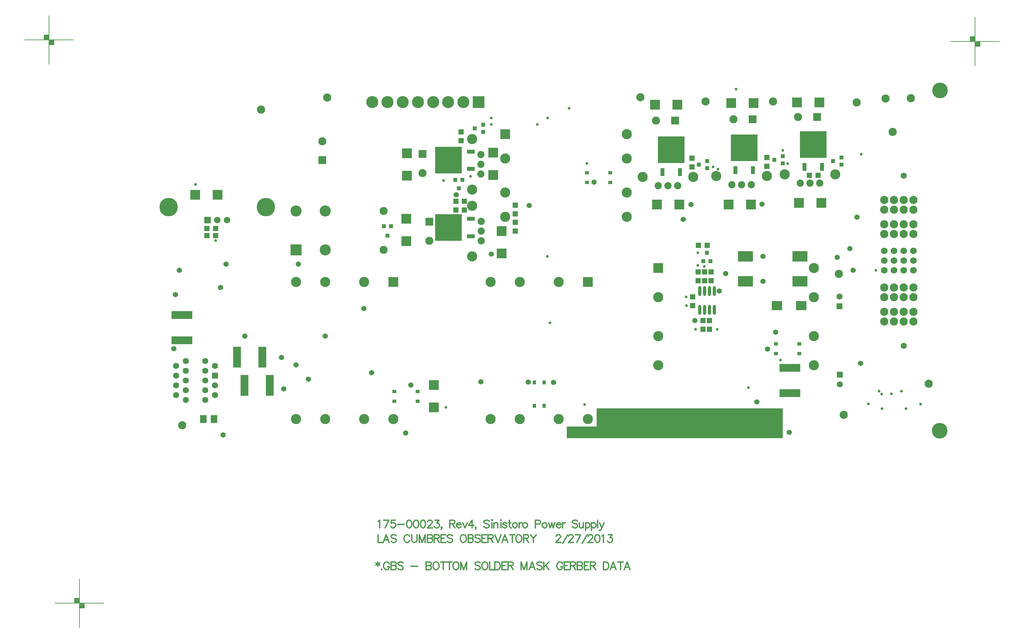
<source format=gbs>
%FSLAX23Y23*%
%MOIN*%
G70*
G01*
G75*
G04 Layer_Color=16711935*
%ADD10O,0.024X0.079*%
%ADD11R,0.050X0.050*%
%ADD12O,0.014X0.067*%
%ADD13R,0.059X0.039*%
%ADD14R,0.036X0.036*%
%ADD15R,0.209X0.079*%
%ADD16C,0.010*%
%ADD17C,0.025*%
%ADD18C,0.050*%
%ADD19C,0.020*%
%ADD20C,0.100*%
%ADD21C,0.007*%
%ADD22C,0.012*%
%ADD23C,0.008*%
%ADD24C,0.012*%
%ADD25C,0.012*%
%ADD26R,0.100X0.100*%
%ADD27C,0.100*%
%ADD28R,0.100X0.100*%
%ADD29C,0.020*%
%ADD30C,0.063*%
%ADD31R,0.063X0.063*%
%ADD32C,0.070*%
%ADD33C,0.110*%
%ADD34R,0.110X0.110*%
%ADD35C,0.079*%
%ADD36C,0.059*%
%ADD37C,0.080*%
%ADD38C,0.065*%
%ADD39R,0.059X0.059*%
%ADD40R,0.059X0.059*%
%ADD41C,0.120*%
%ADD42R,0.120X0.120*%
%ADD43R,0.079X0.079*%
%ADD44R,0.079X0.079*%
%ADD45C,0.197*%
%ADD46C,0.157*%
%ADD47C,0.024*%
%ADD48C,0.050*%
%ADD49C,0.040*%
%ADD50C,0.005*%
G04:AMPARAMS|DCode=51|XSize=120mil|YSize=120mil|CornerRadius=0mil|HoleSize=0mil|Usage=FLASHONLY|Rotation=0.000|XOffset=0mil|YOffset=0mil|HoleType=Round|Shape=Relief|Width=10mil|Gap=10mil|Entries=4|*
%AMTHD51*
7,0,0,0.120,0.100,0.010,45*
%
%ADD51THD51*%
%ADD52C,0.030*%
%ADD53C,0.059*%
%ADD54C,0.060*%
G04:AMPARAMS|DCode=55|XSize=100mil|YSize=100mil|CornerRadius=0mil|HoleSize=0mil|Usage=FLASHONLY|Rotation=0.000|XOffset=0mil|YOffset=0mil|HoleType=Round|Shape=Relief|Width=10mil|Gap=10mil|Entries=4|*
%AMTHD55*
7,0,0,0.100,0.080,0.010,45*
%
%ADD55THD55*%
%ADD56C,0.091*%
%ADD57C,0.067*%
%ADD58C,0.170*%
%ADD59C,0.072*%
G04:AMPARAMS|DCode=60|XSize=112mil|YSize=112mil|CornerRadius=0mil|HoleSize=0mil|Usage=FLASHONLY|Rotation=0.000|XOffset=0mil|YOffset=0mil|HoleType=Round|Shape=Relief|Width=10mil|Gap=10mil|Entries=4|*
%AMTHD60*
7,0,0,0.112,0.092,0.010,45*
%
%ADD60THD60*%
%ADD61C,0.059*%
%ADD62C,0.055*%
G04:AMPARAMS|DCode=63|XSize=95.433mil|YSize=95.433mil|CornerRadius=0mil|HoleSize=0mil|Usage=FLASHONLY|Rotation=0.000|XOffset=0mil|YOffset=0mil|HoleType=Round|Shape=Relief|Width=10mil|Gap=10mil|Entries=4|*
%AMTHD63*
7,0,0,0.095,0.075,0.010,45*
%
%ADD63THD63*%
%ADD64C,0.090*%
G04:AMPARAMS|DCode=65|XSize=107.244mil|YSize=107.244mil|CornerRadius=0mil|HoleSize=0mil|Usage=FLASHONLY|Rotation=0.000|XOffset=0mil|YOffset=0mil|HoleType=Round|Shape=Relief|Width=10mil|Gap=10mil|Entries=4|*
%AMTHD65*
7,0,0,0.107,0.087,0.010,45*
%
%ADD65THD65*%
%ADD66C,0.145*%
%ADD67C,0.186*%
G04:AMPARAMS|DCode=68|XSize=70mil|YSize=70mil|CornerRadius=0mil|HoleSize=0mil|Usage=FLASHONLY|Rotation=0.000|XOffset=0mil|YOffset=0mil|HoleType=Round|Shape=Relief|Width=10mil|Gap=10mil|Entries=4|*
%AMTHD68*
7,0,0,0.070,0.050,0.010,45*
%
%ADD68THD68*%
%ADD69C,0.048*%
G04:AMPARAMS|DCode=70|XSize=88mil|YSize=88mil|CornerRadius=0mil|HoleSize=0mil|Usage=FLASHONLY|Rotation=0.000|XOffset=0mil|YOffset=0mil|HoleType=Round|Shape=Relief|Width=10mil|Gap=10mil|Entries=4|*
%AMTHD70*
7,0,0,0.088,0.068,0.010,45*
%
%ADD70THD70*%
%ADD71C,0.008*%
G04:AMPARAMS|DCode=72|XSize=99.37mil|YSize=99.37mil|CornerRadius=0mil|HoleSize=0mil|Usage=FLASHONLY|Rotation=0.000|XOffset=0mil|YOffset=0mil|HoleType=Round|Shape=Relief|Width=10mil|Gap=10mil|Entries=4|*
%AMTHD72*
7,0,0,0.099,0.079,0.010,45*
%
%ADD72THD72*%
%ADD73R,0.268X0.272*%
%ADD74R,0.037X0.075*%
%ADD75R,0.035X0.037*%
%ADD76R,0.035X0.037*%
%ADD77R,0.102X0.094*%
%ADD78R,0.063X0.075*%
%ADD79O,0.028X0.098*%
%ADD80R,0.036X0.032*%
%ADD81R,0.150X0.106*%
%ADD82R,0.050X0.050*%
%ADD83R,0.036X0.036*%
%ADD84R,0.272X0.268*%
%ADD85R,0.075X0.037*%
%ADD86R,0.032X0.036*%
%ADD87R,0.079X0.209*%
%ADD88C,0.010*%
%ADD89C,0.010*%
%ADD90C,0.024*%
%ADD91C,0.020*%
%ADD92C,0.030*%
%ADD93C,0.015*%
%ADD94C,0.007*%
%ADD95C,0.006*%
%ADD96C,0.012*%
%ADD97C,0.006*%
%ADD98R,0.043X0.008*%
%ADD99R,0.257X0.184*%
%ADD100O,0.028X0.083*%
%ADD101R,0.054X0.054*%
%ADD102O,0.018X0.071*%
%ADD103R,0.063X0.043*%
%ADD104R,0.040X0.040*%
%ADD105R,0.213X0.083*%
%ADD106R,0.104X0.104*%
%ADD107C,0.104*%
%ADD108R,0.104X0.104*%
%ADD109C,0.067*%
%ADD110R,0.067X0.067*%
%ADD111C,0.074*%
%ADD112C,0.114*%
%ADD113R,0.114X0.114*%
%ADD114C,0.083*%
%ADD115C,0.063*%
%ADD116C,0.084*%
%ADD117C,0.069*%
%ADD118R,0.063X0.063*%
%ADD119R,0.063X0.063*%
%ADD120C,0.124*%
%ADD121R,0.124X0.124*%
%ADD122R,0.083X0.083*%
%ADD123R,0.083X0.083*%
%ADD124C,0.190*%
%ADD125C,0.161*%
%ADD126C,0.028*%
%ADD127C,0.054*%
%ADD128R,0.332X0.120*%
%ADD129R,1.912X0.311*%
%ADD130R,0.272X0.276*%
%ADD131R,0.041X0.079*%
%ADD132R,0.039X0.041*%
%ADD133R,0.039X0.041*%
%ADD134R,0.106X0.098*%
%ADD135R,0.067X0.079*%
%ADD136O,0.032X0.102*%
%ADD137R,0.040X0.036*%
%ADD138R,0.154X0.110*%
%ADD139R,0.054X0.054*%
%ADD140R,0.040X0.040*%
%ADD141R,0.276X0.272*%
%ADD142R,0.079X0.041*%
%ADD143R,0.036X0.040*%
%ADD144R,0.083X0.213*%
D22*
X19956Y14499D02*
Y14454D01*
X19937Y14488D02*
X19975Y14465D01*
Y14488D02*
X19937Y14465D01*
X19995Y14427D02*
X19991Y14423D01*
X19995Y14419D01*
X19999Y14423D01*
X19995Y14427D01*
X20074Y14480D02*
X20070Y14488D01*
X20062Y14496D01*
X20055Y14499D01*
X20039D01*
X20032Y14496D01*
X20024Y14488D01*
X20020Y14480D01*
X20017Y14469D01*
Y14450D01*
X20020Y14439D01*
X20024Y14431D01*
X20032Y14423D01*
X20039Y14419D01*
X20055D01*
X20062Y14423D01*
X20070Y14431D01*
X20074Y14439D01*
Y14450D01*
X20055D02*
X20074D01*
X20092Y14499D02*
Y14419D01*
Y14499D02*
X20126D01*
X20138Y14496D01*
X20142Y14492D01*
X20145Y14484D01*
Y14477D01*
X20142Y14469D01*
X20138Y14465D01*
X20126Y14461D01*
X20092D02*
X20126D01*
X20138Y14458D01*
X20142Y14454D01*
X20145Y14446D01*
Y14435D01*
X20142Y14427D01*
X20138Y14423D01*
X20126Y14419D01*
X20092D01*
X20217Y14488D02*
X20209Y14496D01*
X20198Y14499D01*
X20182D01*
X20171Y14496D01*
X20163Y14488D01*
Y14480D01*
X20167Y14473D01*
X20171Y14469D01*
X20178Y14465D01*
X20201Y14458D01*
X20209Y14454D01*
X20213Y14450D01*
X20217Y14442D01*
Y14431D01*
X20209Y14423D01*
X20198Y14419D01*
X20182D01*
X20171Y14423D01*
X20163Y14431D01*
X20297Y14454D02*
X20366D01*
X20452Y14499D02*
Y14419D01*
Y14499D02*
X20487D01*
X20498Y14496D01*
X20502Y14492D01*
X20506Y14484D01*
Y14477D01*
X20502Y14469D01*
X20498Y14465D01*
X20487Y14461D01*
X20452D02*
X20487D01*
X20498Y14458D01*
X20502Y14454D01*
X20506Y14446D01*
Y14435D01*
X20502Y14427D01*
X20498Y14423D01*
X20487Y14419D01*
X20452D01*
X20546Y14499D02*
X20539Y14496D01*
X20531Y14488D01*
X20527Y14480D01*
X20524Y14469D01*
Y14450D01*
X20527Y14439D01*
X20531Y14431D01*
X20539Y14423D01*
X20546Y14419D01*
X20562D01*
X20569Y14423D01*
X20577Y14431D01*
X20581Y14439D01*
X20585Y14450D01*
Y14469D01*
X20581Y14480D01*
X20577Y14488D01*
X20569Y14496D01*
X20562Y14499D01*
X20546D01*
X20630D02*
Y14419D01*
X20603Y14499D02*
X20656D01*
X20693D02*
Y14419D01*
X20666Y14499D02*
X20719D01*
X20752D02*
X20744Y14496D01*
X20736Y14488D01*
X20733Y14480D01*
X20729Y14469D01*
Y14450D01*
X20733Y14439D01*
X20736Y14431D01*
X20744Y14423D01*
X20752Y14419D01*
X20767D01*
X20775Y14423D01*
X20782Y14431D01*
X20786Y14439D01*
X20790Y14450D01*
Y14469D01*
X20786Y14480D01*
X20782Y14488D01*
X20775Y14496D01*
X20767Y14499D01*
X20752D01*
X20808D02*
Y14419D01*
Y14499D02*
X20839Y14419D01*
X20869Y14499D02*
X20839Y14419D01*
X20869Y14499D02*
Y14419D01*
X21008Y14488D02*
X21001Y14496D01*
X20989Y14499D01*
X20974D01*
X20963Y14496D01*
X20955Y14488D01*
Y14480D01*
X20959Y14473D01*
X20963Y14469D01*
X20970Y14465D01*
X20993Y14458D01*
X21001Y14454D01*
X21005Y14450D01*
X21008Y14442D01*
Y14431D01*
X21001Y14423D01*
X20989Y14419D01*
X20974D01*
X20963Y14423D01*
X20955Y14431D01*
X21049Y14499D02*
X21042Y14496D01*
X21034Y14488D01*
X21030Y14480D01*
X21026Y14469D01*
Y14450D01*
X21030Y14439D01*
X21034Y14431D01*
X21042Y14423D01*
X21049Y14419D01*
X21064D01*
X21072Y14423D01*
X21080Y14431D01*
X21083Y14439D01*
X21087Y14450D01*
Y14469D01*
X21083Y14480D01*
X21080Y14488D01*
X21072Y14496D01*
X21064Y14499D01*
X21049D01*
X21106D02*
Y14419D01*
X21152D01*
X21160Y14499D02*
Y14419D01*
Y14499D02*
X21187D01*
X21198Y14496D01*
X21206Y14488D01*
X21210Y14480D01*
X21214Y14469D01*
Y14450D01*
X21210Y14439D01*
X21206Y14431D01*
X21198Y14423D01*
X21187Y14419D01*
X21160D01*
X21281Y14499D02*
X21232D01*
Y14419D01*
X21281D01*
X21232Y14461D02*
X21262D01*
X21294Y14499D02*
Y14419D01*
Y14499D02*
X21329D01*
X21340Y14496D01*
X21344Y14492D01*
X21348Y14484D01*
Y14477D01*
X21344Y14469D01*
X21340Y14465D01*
X21329Y14461D01*
X21294D01*
X21321D02*
X21348Y14419D01*
X21429Y14499D02*
Y14419D01*
Y14499D02*
X21459Y14419D01*
X21489Y14499D02*
X21459Y14419D01*
X21489Y14499D02*
Y14419D01*
X21573D02*
X21543Y14499D01*
X21512Y14419D01*
X21524Y14446D02*
X21562D01*
X21645Y14488D02*
X21638Y14496D01*
X21626Y14499D01*
X21611D01*
X21600Y14496D01*
X21592Y14488D01*
Y14480D01*
X21596Y14473D01*
X21600Y14469D01*
X21607Y14465D01*
X21630Y14458D01*
X21638Y14454D01*
X21641Y14450D01*
X21645Y14442D01*
Y14431D01*
X21638Y14423D01*
X21626Y14419D01*
X21611D01*
X21600Y14423D01*
X21592Y14431D01*
X21663Y14499D02*
Y14419D01*
X21716Y14499D02*
X21663Y14446D01*
X21682Y14465D02*
X21716Y14419D01*
X21854Y14480D02*
X21851Y14488D01*
X21843Y14496D01*
X21835Y14499D01*
X21820D01*
X21812Y14496D01*
X21805Y14488D01*
X21801Y14480D01*
X21797Y14469D01*
Y14450D01*
X21801Y14439D01*
X21805Y14431D01*
X21812Y14423D01*
X21820Y14419D01*
X21835D01*
X21843Y14423D01*
X21851Y14431D01*
X21854Y14439D01*
Y14450D01*
X21835D02*
X21854D01*
X21922Y14499D02*
X21873D01*
Y14419D01*
X21922D01*
X21873Y14461D02*
X21903D01*
X21935Y14499D02*
Y14419D01*
Y14499D02*
X21970D01*
X21981Y14496D01*
X21985Y14492D01*
X21989Y14484D01*
Y14477D01*
X21985Y14469D01*
X21981Y14465D01*
X21970Y14461D01*
X21935D01*
X21962D02*
X21989Y14419D01*
X22007Y14499D02*
Y14419D01*
Y14499D02*
X22041D01*
X22052Y14496D01*
X22056Y14492D01*
X22060Y14484D01*
Y14477D01*
X22056Y14469D01*
X22052Y14465D01*
X22041Y14461D01*
X22007D02*
X22041D01*
X22052Y14458D01*
X22056Y14454D01*
X22060Y14446D01*
Y14435D01*
X22056Y14427D01*
X22052Y14423D01*
X22041Y14419D01*
X22007D01*
X22127Y14499D02*
X22078D01*
Y14419D01*
X22127D01*
X22078Y14461D02*
X22108D01*
X22141Y14499D02*
Y14419D01*
Y14499D02*
X22175D01*
X22186Y14496D01*
X22190Y14492D01*
X22194Y14484D01*
Y14477D01*
X22190Y14469D01*
X22186Y14465D01*
X22175Y14461D01*
X22141D01*
X22167D02*
X22194Y14419D01*
X22275Y14499D02*
Y14419D01*
Y14499D02*
X22301D01*
X22313Y14496D01*
X22321Y14488D01*
X22324Y14480D01*
X22328Y14469D01*
Y14450D01*
X22324Y14439D01*
X22321Y14431D01*
X22313Y14423D01*
X22301Y14419D01*
X22275D01*
X22407D02*
X22377Y14499D01*
X22346Y14419D01*
X22357Y14446D02*
X22396D01*
X22452Y14499D02*
Y14419D01*
X22426Y14499D02*
X22479D01*
X22549Y14419D02*
X22519Y14499D01*
X22488Y14419D01*
X22500Y14446D02*
X22538D01*
D23*
X26066Y19877D02*
X26076D01*
X26066Y19872D02*
Y19882D01*
Y19872D02*
X26076D01*
Y19882D01*
X26066D02*
X26076D01*
X26061Y19867D02*
Y19882D01*
Y19867D02*
X26081D01*
Y19887D01*
X26061D02*
X26081D01*
X26056Y19862D02*
Y19887D01*
Y19862D02*
X26086D01*
Y19892D01*
X26056D02*
X26086D01*
X26051Y19857D02*
Y19897D01*
Y19857D02*
X26091D01*
Y19897D01*
X26051D02*
X26091D01*
X26116Y19827D02*
X26126D01*
X26116Y19822D02*
Y19832D01*
Y19822D02*
X26126D01*
Y19832D01*
X26116D02*
X26126D01*
X26111Y19817D02*
Y19832D01*
Y19817D02*
X26131D01*
Y19837D01*
X26111D02*
X26131D01*
X26106Y19812D02*
Y19837D01*
Y19812D02*
X26136D01*
Y19842D01*
X26106D02*
X26136D01*
X26101Y19807D02*
Y19847D01*
Y19807D02*
X26141D01*
Y19847D01*
X26101D02*
X26141D01*
X26096Y19802D02*
X26146D01*
Y19852D01*
X26046Y19902D02*
X26096D01*
X26046Y19852D02*
Y19902D01*
X26096Y19602D02*
Y20102D01*
X25846Y19852D02*
X26346D01*
X16547Y19893D02*
X16557D01*
X16547Y19888D02*
Y19898D01*
Y19888D02*
X16557D01*
Y19898D01*
X16547D02*
X16557D01*
X16542Y19883D02*
Y19898D01*
Y19883D02*
X16562D01*
Y19903D01*
X16542D02*
X16562D01*
X16537Y19878D02*
Y19903D01*
Y19878D02*
X16567D01*
Y19908D01*
X16537D02*
X16567D01*
X16532Y19873D02*
Y19913D01*
Y19873D02*
X16572D01*
Y19913D01*
X16532D02*
X16572D01*
X16597Y19843D02*
X16607D01*
X16597Y19838D02*
Y19848D01*
Y19838D02*
X16607D01*
Y19848D01*
X16597D02*
X16607D01*
X16592Y19833D02*
Y19848D01*
Y19833D02*
X16612D01*
Y19853D01*
X16592D02*
X16612D01*
X16587Y19828D02*
Y19853D01*
Y19828D02*
X16617D01*
Y19858D01*
X16587D02*
X16617D01*
X16582Y19823D02*
Y19863D01*
Y19823D02*
X16622D01*
Y19863D01*
X16582D02*
X16622D01*
X16577Y19818D02*
X16627D01*
Y19868D01*
X16527Y19918D02*
X16577D01*
X16527Y19868D02*
Y19918D01*
X16577Y19618D02*
Y20118D01*
X16327Y19868D02*
X16827D01*
X16860Y14102D02*
X16870D01*
X16860Y14097D02*
Y14107D01*
Y14097D02*
X16870D01*
Y14107D01*
X16860D02*
X16870D01*
X16855Y14092D02*
Y14107D01*
Y14092D02*
X16875D01*
Y14112D01*
X16855D02*
X16875D01*
X16850Y14087D02*
Y14112D01*
Y14087D02*
X16880D01*
Y14117D01*
X16850D02*
X16880D01*
X16845Y14082D02*
Y14122D01*
Y14082D02*
X16885D01*
Y14122D01*
X16845D02*
X16885D01*
X16910Y14052D02*
X16920D01*
X16910Y14047D02*
Y14057D01*
Y14047D02*
X16920D01*
Y14057D01*
X16910D02*
X16920D01*
X16905Y14042D02*
Y14057D01*
Y14042D02*
X16925D01*
Y14062D01*
X16905D02*
X16925D01*
X16900Y14037D02*
Y14062D01*
Y14037D02*
X16930D01*
Y14067D01*
X16900D02*
X16930D01*
X16895Y14032D02*
Y14072D01*
Y14032D02*
X16935D01*
Y14072D01*
X16895D02*
X16935D01*
X16890Y14027D02*
X16940D01*
Y14077D01*
X16840Y14127D02*
X16890D01*
X16840Y14077D02*
Y14127D01*
X16890Y13827D02*
Y14327D01*
X16640Y14077D02*
X17140D01*
D24*
X19958Y14780D02*
Y14700D01*
X20004D01*
X20073D02*
X20043Y14780D01*
X20013Y14700D01*
X20024Y14727D02*
X20062D01*
X20145Y14769D02*
X20138Y14776D01*
X20126Y14780D01*
X20111D01*
X20100Y14776D01*
X20092Y14769D01*
Y14761D01*
X20096Y14753D01*
X20100Y14750D01*
X20107Y14746D01*
X20130Y14738D01*
X20138Y14734D01*
X20142Y14731D01*
X20145Y14723D01*
Y14711D01*
X20138Y14704D01*
X20126Y14700D01*
X20111D01*
X20100Y14704D01*
X20092Y14711D01*
X20283Y14761D02*
X20280Y14769D01*
X20272Y14776D01*
X20264Y14780D01*
X20249D01*
X20241Y14776D01*
X20234Y14769D01*
X20230Y14761D01*
X20226Y14750D01*
Y14731D01*
X20230Y14719D01*
X20234Y14711D01*
X20241Y14704D01*
X20249Y14700D01*
X20264D01*
X20272Y14704D01*
X20280Y14711D01*
X20283Y14719D01*
X20306Y14780D02*
Y14723D01*
X20310Y14711D01*
X20317Y14704D01*
X20329Y14700D01*
X20336D01*
X20348Y14704D01*
X20355Y14711D01*
X20359Y14723D01*
Y14780D01*
X20381D02*
Y14700D01*
Y14780D02*
X20412Y14700D01*
X20442Y14780D02*
X20412Y14700D01*
X20442Y14780D02*
Y14700D01*
X20465Y14780D02*
Y14700D01*
Y14780D02*
X20499D01*
X20511Y14776D01*
X20515Y14772D01*
X20518Y14765D01*
Y14757D01*
X20515Y14750D01*
X20511Y14746D01*
X20499Y14742D01*
X20465D02*
X20499D01*
X20511Y14738D01*
X20515Y14734D01*
X20518Y14727D01*
Y14715D01*
X20515Y14708D01*
X20511Y14704D01*
X20499Y14700D01*
X20465D01*
X20536Y14780D02*
Y14700D01*
Y14780D02*
X20570D01*
X20582Y14776D01*
X20586Y14772D01*
X20590Y14765D01*
Y14757D01*
X20586Y14750D01*
X20582Y14746D01*
X20570Y14742D01*
X20536D01*
X20563D02*
X20590Y14700D01*
X20657Y14780D02*
X20607D01*
Y14700D01*
X20657D01*
X20607Y14742D02*
X20638D01*
X20724Y14769D02*
X20716Y14776D01*
X20705Y14780D01*
X20689D01*
X20678Y14776D01*
X20670Y14769D01*
Y14761D01*
X20674Y14753D01*
X20678Y14750D01*
X20686Y14746D01*
X20708Y14738D01*
X20716Y14734D01*
X20720Y14731D01*
X20724Y14723D01*
Y14711D01*
X20716Y14704D01*
X20705Y14700D01*
X20689D01*
X20678Y14704D01*
X20670Y14711D01*
X20827Y14780D02*
X20820Y14776D01*
X20812Y14769D01*
X20808Y14761D01*
X20804Y14750D01*
Y14731D01*
X20808Y14719D01*
X20812Y14711D01*
X20820Y14704D01*
X20827Y14700D01*
X20842D01*
X20850Y14704D01*
X20858Y14711D01*
X20861Y14719D01*
X20865Y14731D01*
Y14750D01*
X20861Y14761D01*
X20858Y14769D01*
X20850Y14776D01*
X20842Y14780D01*
X20827D01*
X20884D02*
Y14700D01*
Y14780D02*
X20918D01*
X20930Y14776D01*
X20933Y14772D01*
X20937Y14765D01*
Y14757D01*
X20933Y14750D01*
X20930Y14746D01*
X20918Y14742D01*
X20884D02*
X20918D01*
X20930Y14738D01*
X20933Y14734D01*
X20937Y14727D01*
Y14715D01*
X20933Y14708D01*
X20930Y14704D01*
X20918Y14700D01*
X20884D01*
X21008Y14769D02*
X21001Y14776D01*
X20989Y14780D01*
X20974D01*
X20963Y14776D01*
X20955Y14769D01*
Y14761D01*
X20959Y14753D01*
X20963Y14750D01*
X20970Y14746D01*
X20993Y14738D01*
X21001Y14734D01*
X21005Y14731D01*
X21008Y14723D01*
Y14711D01*
X21001Y14704D01*
X20989Y14700D01*
X20974D01*
X20963Y14704D01*
X20955Y14711D01*
X21076Y14780D02*
X21026D01*
Y14700D01*
X21076D01*
X21026Y14742D02*
X21057D01*
X21089Y14780D02*
Y14700D01*
Y14780D02*
X21124D01*
X21135Y14776D01*
X21139Y14772D01*
X21143Y14765D01*
Y14757D01*
X21139Y14750D01*
X21135Y14746D01*
X21124Y14742D01*
X21089D01*
X21116D02*
X21143Y14700D01*
X21160Y14780D02*
X21191Y14700D01*
X21221Y14780D02*
X21191Y14700D01*
X21293D02*
X21262Y14780D01*
X21232Y14700D01*
X21243Y14727D02*
X21281D01*
X21338Y14780D02*
Y14700D01*
X21311Y14780D02*
X21365D01*
X21397D02*
X21389Y14776D01*
X21382Y14769D01*
X21378Y14761D01*
X21374Y14750D01*
Y14731D01*
X21378Y14719D01*
X21382Y14711D01*
X21389Y14704D01*
X21397Y14700D01*
X21412D01*
X21420Y14704D01*
X21427Y14711D01*
X21431Y14719D01*
X21435Y14731D01*
Y14750D01*
X21431Y14761D01*
X21427Y14769D01*
X21420Y14776D01*
X21412Y14780D01*
X21397D01*
X21454D02*
Y14700D01*
Y14780D02*
X21488D01*
X21499Y14776D01*
X21503Y14772D01*
X21507Y14765D01*
Y14757D01*
X21503Y14750D01*
X21499Y14746D01*
X21488Y14742D01*
X21454D01*
X21480D02*
X21507Y14700D01*
X21525Y14780D02*
X21555Y14742D01*
Y14700D01*
X21586Y14780D02*
X21555Y14742D01*
X21789Y14761D02*
Y14765D01*
X21792Y14772D01*
X21796Y14776D01*
X21804Y14780D01*
X21819D01*
X21827Y14776D01*
X21830Y14772D01*
X21834Y14765D01*
Y14757D01*
X21830Y14750D01*
X21823Y14738D01*
X21785Y14700D01*
X21838D01*
X21856Y14689D02*
X21909Y14780D01*
X21918Y14761D02*
Y14765D01*
X21922Y14772D01*
X21926Y14776D01*
X21934Y14780D01*
X21949D01*
X21956Y14776D01*
X21960Y14772D01*
X21964Y14765D01*
Y14757D01*
X21960Y14750D01*
X21953Y14738D01*
X21915Y14700D01*
X21968D01*
X22039Y14780D02*
X22001Y14700D01*
X21986Y14780D02*
X22039D01*
X22057Y14689D02*
X22110Y14780D01*
X22119Y14761D02*
Y14765D01*
X22123Y14772D01*
X22127Y14776D01*
X22135Y14780D01*
X22150D01*
X22158Y14776D01*
X22161Y14772D01*
X22165Y14765D01*
Y14757D01*
X22161Y14750D01*
X22154Y14738D01*
X22116Y14700D01*
X22169D01*
X22210Y14780D02*
X22198Y14776D01*
X22191Y14765D01*
X22187Y14746D01*
Y14734D01*
X22191Y14715D01*
X22198Y14704D01*
X22210Y14700D01*
X22217D01*
X22229Y14704D01*
X22236Y14715D01*
X22240Y14734D01*
Y14746D01*
X22236Y14765D01*
X22229Y14776D01*
X22217Y14780D01*
X22210D01*
X22258Y14765D02*
X22266Y14769D01*
X22277Y14780D01*
Y14700D01*
X22324Y14780D02*
X22366D01*
X22343Y14750D01*
X22355D01*
X22362Y14746D01*
X22366Y14742D01*
X22370Y14731D01*
Y14723D01*
X22366Y14711D01*
X22359Y14704D01*
X22347Y14700D01*
X22336D01*
X22324Y14704D01*
X22321Y14708D01*
X22317Y14715D01*
D25*
X19958Y14915D02*
X19966Y14919D01*
X19977Y14930D01*
Y14850D01*
X20070Y14930D02*
X20032Y14850D01*
X20017Y14930D02*
X20070D01*
X20134D02*
X20096D01*
X20092Y14896D01*
X20096Y14900D01*
X20107Y14903D01*
X20118D01*
X20130Y14900D01*
X20137Y14892D01*
X20141Y14881D01*
Y14873D01*
X20137Y14861D01*
X20130Y14854D01*
X20118Y14850D01*
X20107D01*
X20096Y14854D01*
X20092Y14858D01*
X20088Y14865D01*
X20159Y14884D02*
X20228D01*
X20274Y14930D02*
X20263Y14926D01*
X20255Y14915D01*
X20251Y14896D01*
Y14884D01*
X20255Y14865D01*
X20263Y14854D01*
X20274Y14850D01*
X20282D01*
X20293Y14854D01*
X20301Y14865D01*
X20305Y14884D01*
Y14896D01*
X20301Y14915D01*
X20293Y14926D01*
X20282Y14930D01*
X20274D01*
X20345D02*
X20334Y14926D01*
X20326Y14915D01*
X20323Y14896D01*
Y14884D01*
X20326Y14865D01*
X20334Y14854D01*
X20345Y14850D01*
X20353D01*
X20364Y14854D01*
X20372Y14865D01*
X20376Y14884D01*
Y14896D01*
X20372Y14915D01*
X20364Y14926D01*
X20353Y14930D01*
X20345D01*
X20417D02*
X20405Y14926D01*
X20398Y14915D01*
X20394Y14896D01*
Y14884D01*
X20398Y14865D01*
X20405Y14854D01*
X20417Y14850D01*
X20424D01*
X20436Y14854D01*
X20443Y14865D01*
X20447Y14884D01*
Y14896D01*
X20443Y14915D01*
X20436Y14926D01*
X20424Y14930D01*
X20417D01*
X20469Y14911D02*
Y14915D01*
X20473Y14922D01*
X20476Y14926D01*
X20484Y14930D01*
X20499D01*
X20507Y14926D01*
X20511Y14922D01*
X20515Y14915D01*
Y14907D01*
X20511Y14900D01*
X20503Y14888D01*
X20465Y14850D01*
X20518D01*
X20544Y14930D02*
X20586D01*
X20563Y14900D01*
X20574D01*
X20582Y14896D01*
X20586Y14892D01*
X20590Y14881D01*
Y14873D01*
X20586Y14861D01*
X20578Y14854D01*
X20567Y14850D01*
X20555D01*
X20544Y14854D01*
X20540Y14858D01*
X20536Y14865D01*
X20615Y14854D02*
X20611Y14850D01*
X20607Y14854D01*
X20611Y14858D01*
X20615Y14854D01*
Y14846D01*
X20611Y14839D01*
X20607Y14835D01*
X20695Y14930D02*
Y14850D01*
Y14930D02*
X20730D01*
X20741Y14926D01*
X20745Y14922D01*
X20749Y14915D01*
Y14907D01*
X20745Y14900D01*
X20741Y14896D01*
X20730Y14892D01*
X20695D01*
X20722D02*
X20749Y14850D01*
X20767Y14881D02*
X20812D01*
Y14888D01*
X20809Y14896D01*
X20805Y14900D01*
X20797Y14903D01*
X20786D01*
X20778Y14900D01*
X20770Y14892D01*
X20767Y14881D01*
Y14873D01*
X20770Y14861D01*
X20778Y14854D01*
X20786Y14850D01*
X20797D01*
X20805Y14854D01*
X20812Y14861D01*
X20829Y14903D02*
X20852Y14850D01*
X20875Y14903D02*
X20852Y14850D01*
X20926Y14930D02*
X20888Y14877D01*
X20945D01*
X20926Y14930D02*
Y14850D01*
X20967Y14854D02*
X20963Y14850D01*
X20959Y14854D01*
X20963Y14858D01*
X20967Y14854D01*
Y14846D01*
X20963Y14839D01*
X20959Y14835D01*
X21101Y14919D02*
X21093Y14926D01*
X21082Y14930D01*
X21066D01*
X21055Y14926D01*
X21047Y14919D01*
Y14911D01*
X21051Y14903D01*
X21055Y14900D01*
X21063Y14896D01*
X21085Y14888D01*
X21093Y14884D01*
X21097Y14881D01*
X21101Y14873D01*
Y14861D01*
X21093Y14854D01*
X21082Y14850D01*
X21066D01*
X21055Y14854D01*
X21047Y14861D01*
X21126Y14930D02*
X21130Y14926D01*
X21134Y14930D01*
X21130Y14934D01*
X21126Y14930D01*
X21130Y14903D02*
Y14850D01*
X21148Y14903D02*
Y14850D01*
Y14888D02*
X21159Y14900D01*
X21167Y14903D01*
X21178D01*
X21186Y14900D01*
X21190Y14888D01*
Y14850D01*
X21218Y14930D02*
X21222Y14926D01*
X21226Y14930D01*
X21222Y14934D01*
X21218Y14930D01*
X21222Y14903D02*
Y14850D01*
X21282Y14892D02*
X21278Y14900D01*
X21267Y14903D01*
X21255D01*
X21244Y14900D01*
X21240Y14892D01*
X21244Y14884D01*
X21251Y14881D01*
X21271Y14877D01*
X21278Y14873D01*
X21282Y14865D01*
Y14861D01*
X21278Y14854D01*
X21267Y14850D01*
X21255D01*
X21244Y14854D01*
X21240Y14861D01*
X21310Y14930D02*
Y14865D01*
X21314Y14854D01*
X21322Y14850D01*
X21329D01*
X21299Y14903D02*
X21325D01*
X21360D02*
X21352Y14900D01*
X21344Y14892D01*
X21341Y14881D01*
Y14873D01*
X21344Y14861D01*
X21352Y14854D01*
X21360Y14850D01*
X21371D01*
X21379Y14854D01*
X21386Y14861D01*
X21390Y14873D01*
Y14881D01*
X21386Y14892D01*
X21379Y14900D01*
X21371Y14903D01*
X21360D01*
X21408D02*
Y14850D01*
Y14881D02*
X21411Y14892D01*
X21419Y14900D01*
X21427Y14903D01*
X21438D01*
X21464D02*
X21457Y14900D01*
X21449Y14892D01*
X21445Y14881D01*
Y14873D01*
X21449Y14861D01*
X21457Y14854D01*
X21464Y14850D01*
X21476D01*
X21483Y14854D01*
X21491Y14861D01*
X21495Y14873D01*
Y14881D01*
X21491Y14892D01*
X21483Y14900D01*
X21476Y14903D01*
X21464D01*
X21575Y14888D02*
X21610D01*
X21621Y14892D01*
X21625Y14896D01*
X21629Y14903D01*
Y14915D01*
X21625Y14922D01*
X21621Y14926D01*
X21610Y14930D01*
X21575D01*
Y14850D01*
X21665Y14903D02*
X21658Y14900D01*
X21650Y14892D01*
X21646Y14881D01*
Y14873D01*
X21650Y14861D01*
X21658Y14854D01*
X21665Y14850D01*
X21677D01*
X21685Y14854D01*
X21692Y14861D01*
X21696Y14873D01*
Y14881D01*
X21692Y14892D01*
X21685Y14900D01*
X21677Y14903D01*
X21665D01*
X21713D02*
X21729Y14850D01*
X21744Y14903D02*
X21729Y14850D01*
X21744Y14903D02*
X21759Y14850D01*
X21774Y14903D02*
X21759Y14850D01*
X21793Y14881D02*
X21839D01*
Y14888D01*
X21835Y14896D01*
X21831Y14900D01*
X21824Y14903D01*
X21812D01*
X21805Y14900D01*
X21797Y14892D01*
X21793Y14881D01*
Y14873D01*
X21797Y14861D01*
X21805Y14854D01*
X21812Y14850D01*
X21824D01*
X21831Y14854D01*
X21839Y14861D01*
X21856Y14903D02*
Y14850D01*
Y14881D02*
X21860Y14892D01*
X21867Y14900D01*
X21875Y14903D01*
X21886D01*
X22010Y14919D02*
X22002Y14926D01*
X21991Y14930D01*
X21976D01*
X21964Y14926D01*
X21956Y14919D01*
Y14911D01*
X21960Y14903D01*
X21964Y14900D01*
X21972Y14896D01*
X21995Y14888D01*
X22002Y14884D01*
X22006Y14881D01*
X22010Y14873D01*
Y14861D01*
X22002Y14854D01*
X21991Y14850D01*
X21976D01*
X21964Y14854D01*
X21956Y14861D01*
X22028Y14903D02*
Y14865D01*
X22032Y14854D01*
X22039Y14850D01*
X22051D01*
X22058Y14854D01*
X22070Y14865D01*
Y14903D02*
Y14850D01*
X22091Y14903D02*
Y14823D01*
Y14892D02*
X22098Y14900D01*
X22106Y14903D01*
X22117D01*
X22125Y14900D01*
X22132Y14892D01*
X22136Y14881D01*
Y14873D01*
X22132Y14861D01*
X22125Y14854D01*
X22117Y14850D01*
X22106D01*
X22098Y14854D01*
X22091Y14861D01*
X22153Y14903D02*
Y14823D01*
Y14892D02*
X22161Y14900D01*
X22169Y14903D01*
X22180D01*
X22188Y14900D01*
X22195Y14892D01*
X22199Y14881D01*
Y14873D01*
X22195Y14861D01*
X22188Y14854D01*
X22180Y14850D01*
X22169D01*
X22161Y14854D01*
X22153Y14861D01*
X22216Y14930D02*
Y14850D01*
X22237Y14903D02*
X22260Y14850D01*
X22283Y14903D02*
X22260Y14850D01*
X22252Y14835D01*
X22244Y14827D01*
X22237Y14823D01*
X22233D01*
D47*
X24512Y18871D02*
D03*
X24453D02*
D03*
X24393D02*
D03*
X24334D02*
D03*
X24354Y18812D02*
D03*
X24413D02*
D03*
X24472D02*
D03*
X24531D02*
D03*
X24512Y18753D02*
D03*
X24453D02*
D03*
X24393D02*
D03*
X24334D02*
D03*
X24354Y18694D02*
D03*
X24413D02*
D03*
X24472D02*
D03*
X24531D02*
D03*
X20603Y18017D02*
D03*
X20603Y17958D02*
D03*
Y17899D02*
D03*
Y17840D02*
D03*
X20662Y17860D02*
D03*
X20662Y17919D02*
D03*
X20662Y17978D02*
D03*
X20662Y18037D02*
D03*
X20721Y18017D02*
D03*
Y17958D02*
D03*
Y17899D02*
D03*
Y17840D02*
D03*
X20780Y17860D02*
D03*
X20780Y17919D02*
D03*
X20780Y17978D02*
D03*
X20780Y18037D02*
D03*
X20602Y18709D02*
D03*
X20602Y18650D02*
D03*
Y18591D02*
D03*
Y18532D02*
D03*
X20661Y18552D02*
D03*
X20661Y18611D02*
D03*
X20661Y18670D02*
D03*
X20661Y18729D02*
D03*
X20720Y18709D02*
D03*
Y18650D02*
D03*
Y18591D02*
D03*
Y18532D02*
D03*
X20779Y18552D02*
D03*
X20779Y18611D02*
D03*
X20779Y18670D02*
D03*
X20779Y18729D02*
D03*
X23800Y18837D02*
D03*
X23740Y18837D02*
D03*
X23681D02*
D03*
X23622D02*
D03*
X23642Y18778D02*
D03*
X23701Y18778D02*
D03*
X23760Y18778D02*
D03*
X23819Y18778D02*
D03*
X23800Y18719D02*
D03*
X23740D02*
D03*
X23681D02*
D03*
X23622D02*
D03*
X23642Y18660D02*
D03*
X23701Y18660D02*
D03*
X23760Y18660D02*
D03*
X23819Y18660D02*
D03*
X23052Y18817D02*
D03*
X22993Y18817D02*
D03*
X22934D02*
D03*
X22874D02*
D03*
X22894Y18758D02*
D03*
X22953Y18758D02*
D03*
X23012Y18758D02*
D03*
X23071Y18758D02*
D03*
X23052Y18699D02*
D03*
X22993D02*
D03*
X22934D02*
D03*
X22874D02*
D03*
X22894Y18640D02*
D03*
X22953Y18640D02*
D03*
X23012Y18640D02*
D03*
X23071Y18640D02*
D03*
D101*
X21370Y18170D02*
D03*
Y18080D02*
D03*
X20847Y18208D02*
D03*
Y18118D02*
D03*
X21369Y17992D02*
D03*
Y17902D02*
D03*
X20759Y18119D02*
D03*
Y18209D02*
D03*
X23250Y17392D02*
D03*
Y17482D02*
D03*
X23383Y17481D02*
D03*
Y17391D02*
D03*
X20813Y18833D02*
D03*
Y18923D02*
D03*
X23956Y18568D02*
D03*
Y18658D02*
D03*
X23185Y18561D02*
D03*
Y18651D02*
D03*
X23191Y17225D02*
D03*
Y17135D02*
D03*
X23316Y17392D02*
D03*
Y17482D02*
D03*
X23300Y16981D02*
D03*
Y16891D02*
D03*
X23367D02*
D03*
Y16981D02*
D03*
D104*
X24118Y18672D02*
D03*
X24032Y18635D02*
D03*
X24118Y18598D02*
D03*
X23342Y18548D02*
D03*
X23256Y18585D02*
D03*
X23342Y18622D02*
D03*
X21038Y18923D02*
D03*
X20952Y18960D02*
D03*
X21038Y18997D02*
D03*
X24723Y18659D02*
D03*
X24637Y18622D02*
D03*
X24723Y18585D02*
D03*
D105*
X24191Y16497D02*
D03*
Y16237D02*
D03*
X17943Y17038D02*
D03*
Y16778D02*
D03*
D106*
X24494Y19227D02*
D03*
X24264D02*
D03*
X18080Y18276D02*
D03*
X18310D02*
D03*
X24284Y18193D02*
D03*
X24514D02*
D03*
X23791Y18176D02*
D03*
X23561D02*
D03*
X23589Y19218D02*
D03*
X23819D02*
D03*
X23054Y18176D02*
D03*
X22824D02*
D03*
X22807Y19201D02*
D03*
X23037D02*
D03*
X22839Y17521D02*
D03*
X21265Y18900D02*
D03*
D107*
X22839Y17221D02*
D03*
Y16821D02*
D03*
Y16521D02*
D03*
X24439D02*
D03*
Y16821D02*
D03*
Y17221D02*
D03*
Y17521D02*
D03*
X22515Y18900D02*
D03*
Y18650D02*
D03*
Y18300D02*
D03*
Y18050D02*
D03*
X21265D02*
D03*
Y18300D02*
D03*
Y18650D02*
D03*
X21814Y17380D02*
D03*
X21414D02*
D03*
X21114D02*
D03*
Y15970D02*
D03*
X21414D02*
D03*
X21814D02*
D03*
X22114D02*
D03*
X22679Y18460D02*
D03*
X23199D02*
D03*
X20927Y17643D02*
D03*
Y18163D02*
D03*
X20925Y18330D02*
D03*
Y18850D02*
D03*
X19815Y17380D02*
D03*
X19415D02*
D03*
X19115D02*
D03*
Y15970D02*
D03*
X19415D02*
D03*
X19815D02*
D03*
X20115D02*
D03*
X24139Y18486D02*
D03*
X24659D02*
D03*
X23435Y18469D02*
D03*
X23955D02*
D03*
D108*
X20532Y16088D02*
D03*
Y16318D02*
D03*
X21229Y17671D02*
D03*
Y17901D02*
D03*
X20249Y17799D02*
D03*
Y18029D02*
D03*
X21142Y18478D02*
D03*
Y18708D02*
D03*
X20256Y18471D02*
D03*
Y18701D02*
D03*
X22114Y17380D02*
D03*
X20115D02*
D03*
D109*
X18404Y18014D02*
D03*
X18304D02*
D03*
D110*
X18204D02*
D03*
D111*
X23039Y18369D02*
D03*
X22939D02*
D03*
X22839D02*
D03*
X21019Y18003D02*
D03*
Y17903D02*
D03*
Y17803D02*
D03*
X21016Y18690D02*
D03*
Y18590D02*
D03*
Y18490D02*
D03*
X24499Y18395D02*
D03*
X24399D02*
D03*
X24299D02*
D03*
X23795Y18378D02*
D03*
X23695D02*
D03*
X23595D02*
D03*
D112*
X19416Y18110D02*
D03*
Y17710D02*
D03*
X19116Y18110D02*
D03*
D113*
Y17710D02*
D03*
D114*
X20016Y18110D02*
D03*
Y17710D02*
D03*
X22815Y19038D02*
D03*
X19387Y18827D02*
D03*
X20486Y17801D02*
D03*
X20415Y18499D02*
D03*
X24275Y19077D02*
D03*
X23611Y19051D02*
D03*
D115*
X25362Y16723D02*
D03*
Y18473D02*
D03*
X18282Y16514D02*
D03*
X18182Y16564D02*
D03*
X17982D02*
D03*
X17882Y16514D02*
D03*
Y16414D02*
D03*
Y16314D02*
D03*
Y16214D02*
D03*
X17982Y16164D02*
D03*
X18182D02*
D03*
X18282Y16214D02*
D03*
Y16314D02*
D03*
X18182Y16364D02*
D03*
Y16464D02*
D03*
X17982D02*
D03*
Y16364D02*
D03*
Y16264D02*
D03*
X18182D02*
D03*
X24701Y17230D02*
D03*
X24707Y16324D02*
D03*
D116*
X25462Y18223D02*
D03*
X25362D02*
D03*
X25262D02*
D03*
X25162D02*
D03*
Y18123D02*
D03*
X25262D02*
D03*
X25362D02*
D03*
X25462D02*
D03*
X25162Y17973D02*
D03*
X25262D02*
D03*
X25362D02*
D03*
X25462D02*
D03*
X25162Y17873D02*
D03*
X25262D02*
D03*
X25362D02*
D03*
X25462D02*
D03*
Y16973D02*
D03*
X25362D02*
D03*
X25262D02*
D03*
X25162D02*
D03*
X25462Y17073D02*
D03*
X25362D02*
D03*
X25262D02*
D03*
X25162D02*
D03*
X25462Y17223D02*
D03*
X25362D02*
D03*
X25262D02*
D03*
X25162D02*
D03*
Y17323D02*
D03*
X25262D02*
D03*
X25362D02*
D03*
X25462D02*
D03*
X25437Y19268D02*
D03*
X18755Y19151D02*
D03*
X17945Y15906D02*
D03*
X25250Y18922D02*
D03*
X22655Y19279D02*
D03*
X19437Y19277D02*
D03*
X24879Y19227D02*
D03*
X24019Y19237D02*
D03*
X23326Y19236D02*
D03*
X24747Y16012D02*
D03*
X24696Y17463D02*
D03*
X25619Y16331D02*
D03*
X25176Y19266D02*
D03*
D117*
X25462Y17498D02*
D03*
X25362D02*
D03*
X25262D02*
D03*
X25162D02*
D03*
X25462Y17598D02*
D03*
X25362D02*
D03*
X25262D02*
D03*
X25162D02*
D03*
X25462Y17698D02*
D03*
X25362D02*
D03*
X25262D02*
D03*
X25162D02*
D03*
D118*
X18282Y16414D02*
D03*
D119*
X24701Y17130D02*
D03*
X24707Y16424D02*
D03*
D120*
X19900Y19228D02*
D03*
X20056D02*
D03*
X20836D02*
D03*
X20680D02*
D03*
X20524D02*
D03*
X20368D02*
D03*
X20212D02*
D03*
D121*
X20992D02*
D03*
D122*
X23012Y19038D02*
D03*
X24472Y19077D02*
D03*
X23808Y19051D02*
D03*
D123*
X19387Y18631D02*
D03*
X20486Y17998D02*
D03*
X20415Y18696D02*
D03*
D124*
X18804Y18150D02*
D03*
X17804D02*
D03*
D125*
X25735Y19349D02*
D03*
X25733Y15849D02*
D03*
D126*
X25077Y17500D02*
D03*
X23452Y18540D02*
D03*
X24118Y18732D02*
D03*
X24927Y18693D02*
D03*
X20632Y18423D02*
D03*
X21121Y19066D02*
D03*
X21703Y19064D02*
D03*
X21699Y17641D02*
D03*
X21727Y16959D02*
D03*
X21595Y18998D02*
D03*
X21121Y18999D02*
D03*
X20910Y18465D02*
D03*
X23403Y18562D02*
D03*
X24170Y18597D02*
D03*
X18081Y18383D02*
D03*
X18290Y17806D02*
D03*
X22104Y18599D02*
D03*
X24095Y16574D02*
D03*
X23764Y16292D02*
D03*
X22081Y16118D02*
D03*
X21923Y19167D02*
D03*
X23247Y17549D02*
D03*
X23312Y17539D02*
D03*
X23247Y17679D02*
D03*
X23444Y16892D02*
D03*
X23124Y17225D02*
D03*
X23128Y17135D02*
D03*
X23223Y16892D02*
D03*
X20657Y16088D02*
D03*
X25109Y16254D02*
D03*
X25134Y16227D02*
D03*
X25236Y16228D02*
D03*
X25384Y16074D02*
D03*
X25138Y16075D02*
D03*
X25537Y16122D02*
D03*
X24998Y16124D02*
D03*
X25338Y16254D02*
D03*
X23639Y19363D02*
D03*
D127*
X18590Y16822D02*
D03*
X19891Y16446D02*
D03*
X20241Y15827D02*
D03*
X18395Y17561D02*
D03*
X19140D02*
D03*
X23096Y18021D02*
D03*
X24881Y18047D02*
D03*
X24919Y16543D02*
D03*
X18365Y15805D02*
D03*
X18965Y16603D02*
D03*
X18990Y16280D02*
D03*
X23215Y16981D02*
D03*
X17915Y17498D02*
D03*
X18340Y17323D02*
D03*
X17858Y16691D02*
D03*
X17877Y17250D02*
D03*
X24680Y17632D02*
D03*
X24186Y15832D02*
D03*
X23852Y16145D02*
D03*
X23465Y17287D02*
D03*
X23176Y18177D02*
D03*
X23906Y18180D02*
D03*
X21123Y17666D02*
D03*
X21511Y18164D02*
D03*
X20761Y18274D02*
D03*
X24047Y16861D02*
D03*
X23962Y16690D02*
D03*
X22179Y18404D02*
D03*
X21015Y16353D02*
D03*
X21502Y16350D02*
D03*
X21763Y16347D02*
D03*
X20296Y16320D02*
D03*
X19242Y16379D02*
D03*
X19116Y16527D02*
D03*
X19416Y16822D02*
D03*
X19811Y17105D02*
D03*
X23915Y17641D02*
D03*
Y17385D02*
D03*
X23531Y17464D02*
D03*
X24843Y17499D02*
D03*
X24810Y17721D02*
D03*
D128*
X22067Y15833D02*
D03*
D129*
X23161Y15926D02*
D03*
D130*
X24433Y18792D02*
D03*
X23721Y18758D02*
D03*
X22973Y18738D02*
D03*
D131*
X24343Y18562D02*
D03*
X24523D02*
D03*
X23631Y18528D02*
D03*
X23811D02*
D03*
X22883Y18508D02*
D03*
X23063D02*
D03*
D132*
X20018Y17953D02*
D03*
X20055Y17855D02*
D03*
D133*
X20093Y17953D02*
D03*
D134*
X24310Y17135D02*
D03*
X24058D02*
D03*
D135*
X18162Y15968D02*
D03*
X18272D02*
D03*
D136*
X23416Y17092D02*
D03*
X23366D02*
D03*
X23316D02*
D03*
X23266D02*
D03*
X23416Y17285D02*
D03*
X23366D02*
D03*
X23316D02*
D03*
X23266D02*
D03*
D137*
X20366Y16151D02*
D03*
Y16251D02*
D03*
X20126D02*
D03*
X20126Y16151D02*
D03*
X24049Y16742D02*
D03*
Y16642D02*
D03*
X24289D02*
D03*
X24289Y16742D02*
D03*
X22104Y18501D02*
D03*
Y18401D02*
D03*
X22344D02*
D03*
X22344Y18501D02*
D03*
D138*
X23737Y17385D02*
D03*
Y17641D02*
D03*
X24297D02*
D03*
Y17385D02*
D03*
D139*
X18290Y17857D02*
D03*
X18200D02*
D03*
Y17929D02*
D03*
X18290D02*
D03*
X23343Y17755D02*
D03*
X23253D02*
D03*
X24392Y18476D02*
D03*
X24482D02*
D03*
D140*
X23303Y17592D02*
D03*
X23340Y17678D02*
D03*
X23377Y17592D02*
D03*
X20753Y18428D02*
D03*
X20790Y18342D02*
D03*
X20827Y18428D02*
D03*
D141*
X20682Y17938D02*
D03*
X20681Y18631D02*
D03*
D142*
X20912Y17849D02*
D03*
Y18028D02*
D03*
X20911Y18541D02*
D03*
Y18720D02*
D03*
D143*
X21666Y16347D02*
D03*
X21566D02*
D03*
Y16107D02*
D03*
X21666Y16107D02*
D03*
D144*
X18770Y16605D02*
D03*
X18510D02*
D03*
X18845Y16314D02*
D03*
X18585D02*
D03*
M02*

</source>
